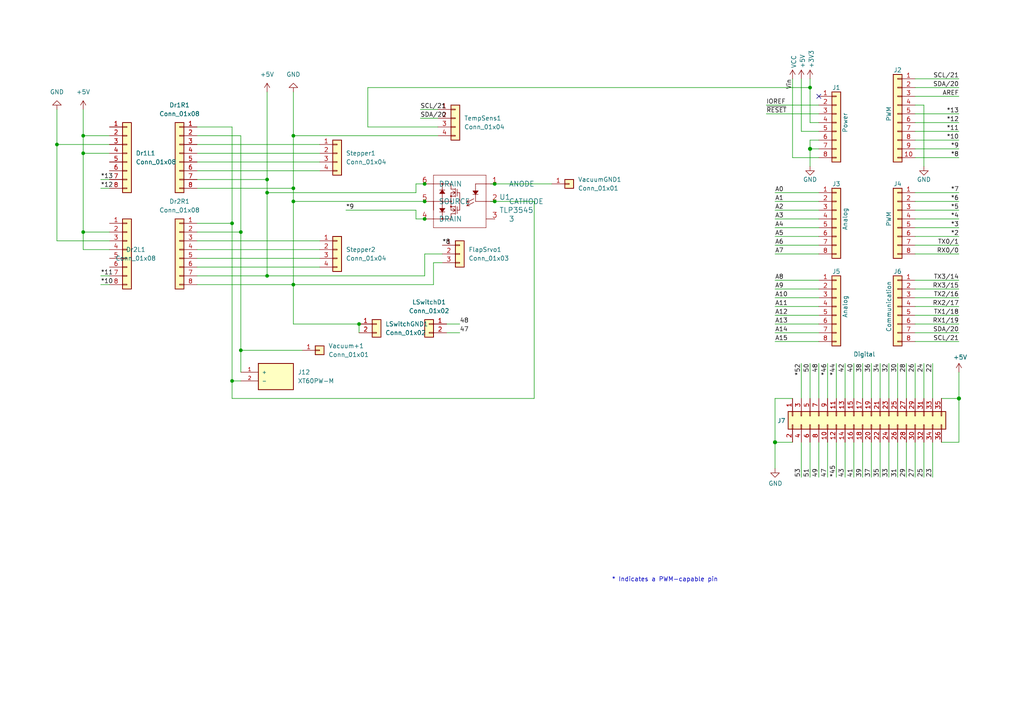
<source format=kicad_sch>
(kicad_sch (version 20211123) (generator eeschema)
  (paper "A4")
  (title_block (title "Life Detection Shield Mk.1") (date "mar. 31 mars 2015") (company "Designed by: Maxime Couture & Yadah Ngolo"))
  (lib_symbols
    (symbol "2023-02-05_19-50-21:TLP3545" (pin_names (offset 4.064))
      (property "Reference" "U" (at 0 0 0))
      (property "Value" "TLP3545" (at 0 0 0))
      (symbol "TLP3545_1_1"
        (polyline (pts (xy -2.54 -12.7) (xy 0 -12.7)))
        (polyline (pts (xy -2.54 -7.62) (xy 0 -7.62)))
        (polyline (pts (xy -2.54 -2.54) (xy 0 -2.54)))
        (polyline (pts (xy 0 -15.24) (xy 0 0)) (stroke (width 0.127)))
        (polyline (pts (xy 0 0) (xy 15.24 0)) (stroke (width 0.127)))
        (polyline (pts (xy 2.286 -5.588) (xy 3.81 -5.588)))
        (polyline (pts (xy 3.048 -7.62) (xy 0 -7.62)))
        (polyline (pts (xy 3.048 -5.588) (xy 3.048 -7.62)))
        (polyline (pts (xy 3.048 -4.572) (xy 3.048 -2.54)))
        (polyline (pts (xy 3.048 -2.54) (xy 0 -2.54)))
        (polyline (pts (xy 3.556 -7.874) (xy 5.588 -8.89)))
        (polyline (pts (xy 3.556 -6.858) (xy 5.588 -7.874)))
        (polyline (pts (xy 5.588 -8.89) (xy 4.826 -8.89)))
        (polyline (pts (xy 5.588 -8.89) (xy 5.08 -8.128)))
        (polyline (pts (xy 5.588 -7.874) (xy 4.826 -7.874)))
        (polyline (pts (xy 5.588 -7.874) (xy 5.08 -7.112)))
        (polyline (pts (xy 7.62 -10.16) (xy 8.382 -10.16)))
        (polyline (pts (xy 7.62 -5.08) (xy 7.62 -10.16)))
        (polyline (pts (xy 7.62 -5.08) (xy 8.382 -5.08)))
        (polyline (pts (xy 8.382 -9.144) (xy 8.382 -11.176)))
        (polyline (pts (xy 8.382 -4.064) (xy 8.382 -6.096)))
        (polyline (pts (xy 8.89 -11.176) (xy 10.16 -11.176)))
        (polyline (pts (xy 8.89 -10.16) (xy 9.652 -10.668)))
        (polyline (pts (xy 8.89 -10.16) (xy 9.652 -9.652)))
        (polyline (pts (xy 8.89 -10.16) (xy 10.16 -10.16)))
        (polyline (pts (xy 8.89 -9.144) (xy 10.16 -9.144)))
        (polyline (pts (xy 8.89 -8.89) (xy 8.89 -11.43)))
        (polyline (pts (xy 8.89 -6.096) (xy 10.16 -6.096)))
        (polyline (pts (xy 8.89 -5.08) (xy 9.652 -5.588)))
        (polyline (pts (xy 8.89 -5.08) (xy 9.652 -4.572)))
        (polyline (pts (xy 8.89 -5.08) (xy 10.16 -5.08)))
        (polyline (pts (xy 8.89 -4.064) (xy 10.16 -4.064)))
        (polyline (pts (xy 8.89 -3.81) (xy 8.89 -6.35)))
        (polyline (pts (xy 10.16 -12.7) (xy 12.446 -12.7)))
        (polyline (pts (xy 10.16 -11.176) (xy 10.16 -12.7)))
        (polyline (pts (xy 10.16 -7.62) (xy 15.24 -7.62)))
        (polyline (pts (xy 10.16 -5.08) (xy 10.16 -10.16)))
        (polyline (pts (xy 10.16 -4.064) (xy 10.16 -2.54)))
        (polyline (pts (xy 10.16 -2.54) (xy 12.7 -2.54)))
        (polyline (pts (xy 11.938 -10.668) (xy 13.462 -10.668)))
        (polyline (pts (xy 11.938 -4.318) (xy 13.462 -4.318)))
        (polyline (pts (xy 12.7 -12.7) (xy 15.24 -12.7)))
        (polyline (pts (xy 12.7 -10.668) (xy 12.7 -12.7)))
        (polyline (pts (xy 12.7 -7.62) (xy 12.7 -9.652)))
        (polyline (pts (xy 12.7 -5.334) (xy 12.7 -7.62)))
        (polyline (pts (xy 12.7 -2.54) (xy 12.7 -4.318)))
        (polyline (pts (xy 12.7 -2.54) (xy 15.24 -2.54)))
        (polyline (pts (xy 15.24 -15.24) (xy 0 -15.24)) (stroke (width 0.127)))
        (polyline (pts (xy 15.24 -10.16) (xy 15.24 -7.62)))
        (polyline (pts (xy 15.24 0) (xy 15.24 -15.24)) (stroke (width 0.127)))
        (polyline (pts (xy 17.78 -12.7) (xy 15.24 -12.7)))
        (polyline (pts (xy 17.78 -7.62) (xy 15.24 -7.62)))
        (polyline (pts (xy 17.78 -2.54) (xy 15.24 -2.54)))
        (polyline (pts (xy 2.286 -4.572) (xy 2.286 -4.572) (xy 3.81 -4.572) (xy 3.048 -5.588) (xy 2.286 -4.572) (xy 2.286 -4.572)) (fill (type outline)))
        (polyline (pts (xy 11.938 -9.652) (xy 11.938 -9.652) (xy 13.462 -9.652) (xy 12.7 -10.668) (xy 11.938 -9.652) (xy 11.938 -9.652)) (fill (type outline)))
        (polyline (pts (xy 13.462 -5.334) (xy 13.462 -5.334) (xy 11.938 -5.334) (xy 12.7 -4.318) (xy 13.462 -5.334) (xy 13.462 -5.334)) (fill (type outline)))
        (circle (center 10.16 -9.144) (radius 0.127) (stroke (width 0.254)))
        (circle (center 10.16 -7.62) (radius 0.127) (stroke (width 0.254)))
        (circle (center 10.16 -6.096) (radius 0.127) (stroke (width 0.254)))
        (circle (center 12.7 -12.7) (radius 0.127) (stroke (width 0.254)))
        (circle (center 12.7 -7.62) (radius 0.127) (stroke (width 0.254)))
        (circle (center 12.7 -2.54) (radius 0.127) (stroke (width 0.254)))
        (pin unspecified line (at -2.5146 -2.54 180) (length 0.0254) (name "ANODE") (number "1"))
        (pin unspecified line (at -2.5146 -7.62 180) (length 0.0254) (name "CATHODE") (number "2"))
        (pin unspecified line (at -2.5146 -12.7 180) (length 0.0254) (name "3") (number "3"))
        (pin unspecified line (at 17.8054 -12.7 180) (length 0.0254) (name "DRAIN") (number "4"))
        (pin unspecified line (at 17.8054 -7.62 180) (length 0.0254) (name "SOURCE") (number "5"))
        (pin unspecified line (at 17.8054 -2.54 180) (length 0.0254) (name "DRAIN") (number "6"))
      )
    )
    (symbol "Connector_Generic:Conn_01x01" (pin_names (offset 1.016) hide)
      (property "Reference" "J" (at 0 2.54 0))
      (property "Value" "Conn_01x01" (at 0 -2.54 0))
      (symbol "Conn_01x01_1_1"
        (rectangle (start -1.27 0.127) (end 0 -0.127) (stroke (width 0.1524)))
        (rectangle (start -1.27 1.27) (end 1.27 -1.27) (stroke (width 0.254)) (fill (type background)))
        (pin passive line (at -5.08 0 0) (length 3.81) (name "Pin_1") (number "1"))
      )
    )
    (symbol "Connector_Generic:Conn_01x02" (pin_names (offset 1.016) hide)
      (property "Reference" "J" (at 0 2.54 0))
      (property "Value" "Conn_01x02" (at 0 -5.08 0))
      (symbol "Conn_01x02_1_1"
        (rectangle (start -1.27 -2.413) (end 0 -2.667) (stroke (width 0.1524)))
        (rectangle (start -1.27 0.127) (end 0 -0.127) (stroke (width 0.1524)))
        (rectangle (start -1.27 1.27) (end 1.27 -3.81) (stroke (width 0.254)) (fill (type background)))
        (pin passive line (at -5.08 0 0) (length 3.81) (name "Pin_1") (number "1"))
        (pin passive line (at -5.08 -2.54 0) (length 3.81) (name "Pin_2") (number "2"))
      )
    )
    (symbol "Connector_Generic:Conn_01x03" (pin_names (offset 1.016) hide)
      (property "Reference" "J" (at 0 5.08 0))
      (property "Value" "Conn_01x03" (at 0 -5.08 0))
      (symbol "Conn_01x03_1_1"
        (rectangle (start -1.27 -2.413) (end 0 -2.667) (stroke (width 0.1524)))
        (rectangle (start -1.27 0.127) (end 0 -0.127) (stroke (width 0.1524)))
        (rectangle (start -1.27 2.667) (end 0 2.413) (stroke (width 0.1524)))
        (rectangle (start -1.27 3.81) (end 1.27 -3.81) (stroke (width 0.254)) (fill (type background)))
        (pin passive line (at -5.08 2.54 0) (length 3.81) (name "Pin_1") (number "1"))
        (pin passive line (at -5.08 0 0) (length 3.81) (name "Pin_2") (number "2"))
        (pin passive line (at -5.08 -2.54 0) (length 3.81) (name "Pin_3") (number "3"))
      )
    )
    (symbol "Connector_Generic:Conn_01x04" (pin_names (offset 1.016) hide)
      (property "Reference" "J" (at 0 5.08 0))
      (property "Value" "Conn_01x04" (at 0 -7.62 0))
      (symbol "Conn_01x04_1_1"
        (rectangle (start -1.27 -4.953) (end 0 -5.207) (stroke (width 0.1524)))
        (rectangle (start -1.27 -2.413) (end 0 -2.667) (stroke (width 0.1524)))
        (rectangle (start -1.27 0.127) (end 0 -0.127) (stroke (width 0.1524)))
        (rectangle (start -1.27 2.667) (end 0 2.413) (stroke (width 0.1524)))
        (rectangle (start -1.27 3.81) (end 1.27 -6.35) (stroke (width 0.254)) (fill (type background)))
        (pin passive line (at -5.08 2.54 0) (length 3.81) (name "Pin_1") (number "1"))
        (pin passive line (at -5.08 0 0) (length 3.81) (name "Pin_2") (number "2"))
        (pin passive line (at -5.08 -2.54 0) (length 3.81) (name "Pin_3") (number "3"))
        (pin passive line (at -5.08 -5.08 0) (length 3.81) (name "Pin_4") (number "4"))
      )
    )
    (symbol "Connector_Generic:Conn_01x08" (pin_names (offset 1.016) hide)
      (property "Reference" "J" (at 0 10.16 0))
      (property "Value" "Conn_01x08" (at 0 -12.7 0))
      (symbol "Conn_01x08_1_1"
        (rectangle (start -1.27 -10.033) (end 0 -10.287) (stroke (width 0.1524)))
        (rectangle (start -1.27 -7.493) (end 0 -7.747) (stroke (width 0.1524)))
        (rectangle (start -1.27 -4.953) (end 0 -5.207) (stroke (width 0.1524)))
        (rectangle (start -1.27 -2.413) (end 0 -2.667) (stroke (width 0.1524)))
        (rectangle (start -1.27 0.127) (end 0 -0.127) (stroke (width 0.1524)))
        (rectangle (start -1.27 2.667) (end 0 2.413) (stroke (width 0.1524)))
        (rectangle (start -1.27 5.207) (end 0 4.953) (stroke (width 0.1524)))
        (rectangle (start -1.27 7.747) (end 0 7.493) (stroke (width 0.1524)))
        (rectangle (start -1.27 8.89) (end 1.27 -11.43) (stroke (width 0.254)) (fill (type background)))
        (pin passive line (at -5.08 7.62 0) (length 3.81) (name "Pin_1") (number "1"))
        (pin passive line (at -5.08 5.08 0) (length 3.81) (name "Pin_2") (number "2"))
        (pin passive line (at -5.08 2.54 0) (length 3.81) (name "Pin_3") (number "3"))
        (pin passive line (at -5.08 0 0) (length 3.81) (name "Pin_4") (number "4"))
        (pin passive line (at -5.08 -2.54 0) (length 3.81) (name "Pin_5") (number "5"))
        (pin passive line (at -5.08 -5.08 0) (length 3.81) (name "Pin_6") (number "6"))
        (pin passive line (at -5.08 -7.62 0) (length 3.81) (name "Pin_7") (number "7"))
        (pin passive line (at -5.08 -10.16 0) (length 3.81) (name "Pin_8") (number "8"))
      )
    )
    (symbol "Connector_Generic:Conn_01x10" (pin_names (offset 1.016) hide)
      (property "Reference" "J" (at 0 12.7 0))
      (property "Value" "Conn_01x10" (at 0 -15.24 0))
      (symbol "Conn_01x10_1_1"
        (rectangle (start -1.27 -12.573) (end 0 -12.827) (stroke (width 0.1524)))
        (rectangle (start -1.27 -10.033) (end 0 -10.287) (stroke (width 0.1524)))
        (rectangle (start -1.27 -7.493) (end 0 -7.747) (stroke (width 0.1524)))
        (rectangle (start -1.27 -4.953) (end 0 -5.207) (stroke (width 0.1524)))
        (rectangle (start -1.27 -2.413) (end 0 -2.667) (stroke (width 0.1524)))
        (rectangle (start -1.27 0.127) (end 0 -0.127) (stroke (width 0.1524)))
        (rectangle (start -1.27 2.667) (end 0 2.413) (stroke (width 0.1524)))
        (rectangle (start -1.27 5.207) (end 0 4.953) (stroke (width 0.1524)))
        (rectangle (start -1.27 7.747) (end 0 7.493) (stroke (width 0.1524)))
        (rectangle (start -1.27 10.287) (end 0 10.033) (stroke (width 0.1524)))
        (rectangle (start -1.27 11.43) (end 1.27 -13.97) (stroke (width 0.254)) (fill (type background)))
        (pin passive line (at -5.08 10.16 0) (length 3.81) (name "Pin_1") (number "1"))
        (pin passive line (at -5.08 -12.7 0) (length 3.81) (name "Pin_10") (number "10"))
        (pin passive line (at -5.08 7.62 0) (length 3.81) (name "Pin_2") (number "2"))
        (pin passive line (at -5.08 5.08 0) (length 3.81) (name "Pin_3") (number "3"))
        (pin passive line (at -5.08 2.54 0) (length 3.81) (name "Pin_4") (number "4"))
        (pin passive line (at -5.08 0 0) (length 3.81) (name "Pin_5") (number "5"))
        (pin passive line (at -5.08 -2.54 0) (length 3.81) (name "Pin_6") (number "6"))
        (pin passive line (at -5.08 -5.08 0) (length 3.81) (name "Pin_7") (number "7"))
        (pin passive line (at -5.08 -7.62 0) (length 3.81) (name "Pin_8") (number "8"))
        (pin passive line (at -5.08 -10.16 0) (length 3.81) (name "Pin_9") (number "9"))
      )
    )
    (symbol "Connector_Generic:Conn_02x18_Odd_Even" (pin_names (offset 1.016) hide)
      (property "Reference" "J" (at 1.27 22.86 0))
      (property "Value" "Conn_02x18_Odd_Even" (at 1.27 -25.4 0))
      (symbol "Conn_02x18_Odd_Even_1_1"
        (rectangle (start -1.27 -22.733) (end 0 -22.987) (stroke (width 0.1524)))
        (rectangle (start -1.27 -20.193) (end 0 -20.447) (stroke (width 0.1524)))
        (rectangle (start -1.27 -17.653) (end 0 -17.907) (stroke (width 0.1524)))
        (rectangle (start -1.27 -15.113) (end 0 -15.367) (stroke (width 0.1524)))
        (rectangle (start -1.27 -12.573) (end 0 -12.827) (stroke (width 0.1524)))
        (rectangle (start -1.27 -10.033) (end 0 -10.287) (stroke (width 0.1524)))
        (rectangle (start -1.27 -7.493) (end 0 -7.747) (stroke (width 0.1524)))
        (rectangle (start -1.27 -4.953) (end 0 -5.207) (stroke (width 0.1524)))
        (rectangle (start -1.27 -2.413) (end 0 -2.667) (stroke (width 0.1524)))
        (rectangle (start -1.27 0.127) (end 0 -0.127) (stroke (width 0.1524)))
        (rectangle (start -1.27 2.667) (end 0 2.413) (stroke (width 0.1524)))
        (rectangle (start -1.27 5.207) (end 0 4.953) (stroke (width 0.1524)))
        (rectangle (start -1.27 7.747) (end 0 7.493) (stroke (width 0.1524)))
        (rectangle (start -1.27 10.287) (end 0 10.033) (stroke (width 0.1524)))
        (rectangle (start -1.27 12.827) (end 0 12.573) (stroke (width 0.1524)))
        (rectangle (start -1.27 15.367) (end 0 15.113) (stroke (width 0.1524)))
        (rectangle (start -1.27 17.907) (end 0 17.653) (stroke (width 0.1524)))
        (rectangle (start -1.27 20.447) (end 0 20.193) (stroke (width 0.1524)))
        (rectangle (start -1.27 21.59) (end 3.81 -24.13) (stroke (width 0.254)) (fill (type background)))
        (rectangle (start 3.81 -22.733) (end 2.54 -22.987) (stroke (width 0.1524)))
        (rectangle (start 3.81 -20.193) (end 2.54 -20.447) (stroke (width 0.1524)))
        (rectangle (start 3.81 -17.653) (end 2.54 -17.907) (stroke (width 0.1524)))
        (rectangle (start 3.81 -15.113) (end 2.54 -15.367) (stroke (width 0.1524)))
        (rectangle (start 3.81 -12.573) (end 2.54 -12.827) (stroke (width 0.1524)))
        (rectangle (start 3.81 -10.033) (end 2.54 -10.287) (stroke (width 0.1524)))
        (rectangle (start 3.81 -7.493) (end 2.54 -7.747) (stroke (width 0.1524)))
        (rectangle (start 3.81 -4.953) (end 2.54 -5.207) (stroke (width 0.1524)))
        (rectangle (start 3.81 -2.413) (end 2.54 -2.667) (stroke (width 0.1524)))
        (rectangle (start 3.81 0.127) (end 2.54 -0.127) (stroke (width 0.1524)))
        (rectangle (start 3.81 2.667) (end 2.54 2.413) (stroke (width 0.1524)))
        (rectangle (start 3.81 5.207) (end 2.54 4.953) (stroke (width 0.1524)))
        (rectangle (start 3.81 7.747) (end 2.54 7.493) (stroke (width 0.1524)))
        (rectangle (start 3.81 10.287) (end 2.54 10.033) (stroke (width 0.1524)))
        (rectangle (start 3.81 12.827) (end 2.54 12.573) (stroke (width 0.1524)))
        (rectangle (start 3.81 15.367) (end 2.54 15.113) (stroke (width 0.1524)))
        (rectangle (start 3.81 17.907) (end 2.54 17.653) (stroke (width 0.1524)))
        (rectangle (start 3.81 20.447) (end 2.54 20.193) (stroke (width 0.1524)))
        (pin passive line (at -5.08 20.32 0) (length 3.81) (name "Pin_1") (number "1"))
        (pin passive line (at 7.62 10.16 180) (length 3.81) (name "Pin_10") (number "10"))
        (pin passive line (at -5.08 7.62 0) (length 3.81) (name "Pin_11") (number "11"))
        (pin passive line (at 7.62 7.62 180) (length 3.81) (name "Pin_12") (number "12"))
        (pin passive line (at -5.08 5.08 0) (length 3.81) (name "Pin_13") (number "13"))
        (pin passive line (at 7.62 5.08 180) (length 3.81) (name "Pin_14") (number "14"))
        (pin passive line (at -5.08 2.54 0) (length 3.81) (name "Pin_15") (number "15"))
        (pin passive line (at 7.62 2.54 180) (length 3.81) (name "Pin_16") (number "16"))
        (pin passive line (at -5.08 0 0) (length 3.81) (name "Pin_17") (number "17"))
        (pin passive line (at 7.62 0 180) (length 3.81) (name "Pin_18") (number "18"))
        (pin passive line (at -5.08 -2.54 0) (length 3.81) (name "Pin_19") (number "19"))
        (pin passive line (at 7.62 20.32 180) (length 3.81) (name "Pin_2") (number "2"))
        (pin passive line (at 7.62 -2.54 180) (length 3.81) (name "Pin_20") (number "20"))
        (pin passive line (at -5.08 -5.08 0) (length 3.81) (name "Pin_21") (number "21"))
        (pin passive line (at 7.62 -5.08 180) (length 3.81) (name "Pin_22") (number "22"))
        (pin passive line (at -5.08 -7.62 0) (length 3.81) (name "Pin_23") (number "23"))
        (pin passive line (at 7.62 -7.62 180) (length 3.81) (name "Pin_24") (number "24"))
        (pin passive line (at -5.08 -10.16 0) (length 3.81) (name "Pin_25") (number "25"))
        (pin passive line (at 7.62 -10.16 180) (length 3.81) (name "Pin_26") (number "26"))
        (pin passive line (at -5.08 -12.7 0) (length 3.81) (name "Pin_27") (number "27"))
        (pin passive line (at 7.62 -12.7 180) (length 3.81) (name "Pin_28") (number "28"))
        (pin passive line (at -5.08 -15.24 0) (length 3.81) (name "Pin_29") (number "29"))
        (pin passive line (at -5.08 17.78 0) (length 3.81) (name "Pin_3") (number "3"))
        (pin passive line (at 7.62 -15.24 180) (length 3.81) (name "Pin_30") (number "30"))
        (pin passive line (at -5.08 -17.78 0) (length 3.81) (name "Pin_31") (number "31"))
        (pin passive line (at 7.62 -17.78 180) (length 3.81) (name "Pin_32") (number "32"))
        (pin passive line (at -5.08 -20.32 0) (length 3.81) (name "Pin_33") (number "33"))
        (pin passive line (at 7.62 -20.32 180) (length 3.81) (name "Pin_34") (number "34"))
        (pin passive line (at -5.08 -22.86 0) (length 3.81) (name "Pin_35") (number "35"))
        (pin passive line (at 7.62 -22.86 180) (length 3.81) (name "Pin_36") (number "36"))
        (pin passive line (at 7.62 17.78 180) (length 3.81) (name "Pin_4") (number "4"))
        (pin passive line (at -5.08 15.24 0) (length 3.81) (name "Pin_5") (number "5"))
        (pin passive line (at 7.62 15.24 180) (length 3.81) (name "Pin_6") (number "6"))
        (pin passive line (at -5.08 12.7 0) (length 3.81) (name "Pin_7") (number "7"))
        (pin passive line (at 7.62 12.7 180) (length 3.81) (name "Pin_8") (number "8"))
        (pin passive line (at -5.08 10.16 0) (length 3.81) (name "Pin_9") (number "9"))
      )
    )
    (symbol "XT60PW-M:XT60PW-M" (pin_names (offset 1.016))
      (property "Reference" "J" (at -5.08 5.7234 0))
      (property "Value" "XT60PW-M" (at -5.08 -5.0923 0))
      (symbol "XT60PW-M_0_0"
        (rectangle (start -5.08 -2.54) (end 5.08 5.08) (stroke (width 0.254)) (fill (type background)))
        (pin passive line (at -10.16 2.54 0) (length 5.08) (name "+") (number "1"))
        (pin passive line (at -10.16 0 0) (length 5.08) (name "-") (number "2"))
      )
    )
    (symbol "power:+3V3" (power) (pin_names (offset 0))
      (property "Value" "+3V3" (at 0 3.556 0))
      (symbol "+3V3_0_1"
        (polyline (pts (xy -0.762 1.27) (xy 0 2.54)))
        (polyline (pts (xy 0 0) (xy 0 2.54)))
        (polyline (pts (xy 0 2.54) (xy 0.762 1.27)))
      )
      (symbol "+3V3_1_1"
        (pin power_in line (at 0 0 90) (length 0) hide (name "+3V3") (number "1"))
      )
    )
    (symbol "power:+5V" (power) (pin_names (offset 0))
      (property "Value" "+5V" (at 0 3.556 0))
      (symbol "+5V_0_1"
        (polyline (pts (xy -0.762 1.27) (xy 0 2.54)))
        (polyline (pts (xy 0 0) (xy 0 2.54)))
        (polyline (pts (xy 0 2.54) (xy 0.762 1.27)))
      )
      (symbol "+5V_1_1"
        (pin power_in line (at 0 0 90) (length 0) hide (name "+5V") (number "1"))
      )
    )
    (symbol "power:GND" (power) (pin_names (offset 0))
      (property "Value" "GND" (at 0 -3.81 0))
      (symbol "GND_0_1"
        (polyline (pts (xy 0 0) (xy 0 -1.27) (xy 1.27 -1.27) (xy 0 -2.54) (xy -1.27 -1.27) (xy 0 -1.27)))
      )
      (symbol "GND_1_1"
        (pin power_in line (at 0 0 270) (length 0) hide (name "GND") (number "1"))
      )
    )
    (symbol "power:VCC" (power) (pin_names (offset 0))
      (property "Value" "VCC" (at 0 3.81 0))
      (symbol "VCC_0_1"
        (polyline (pts (xy -0.762 1.27) (xy 0 2.54)))
        (polyline (pts (xy 0 0) (xy 0 2.54)))
        (polyline (pts (xy 0 2.54) (xy 0.762 1.27)))
      )
      (symbol "VCC_1_1"
        (pin power_in line (at 0 0 90) (length 0) hide (name "VCC") (number "1"))
      )
    )
  )
  (junction (at 143.4846 58.42))
  (junction (at 85.09 82.55))
  (junction (at 123.1646 63.5))
  (junction (at 224.79 128.27) (diameter 1.016))
  (junction (at 24.13 44.45))
  (junction (at 77.47 52.07))
  (junction (at 24.13 39.37))
  (junction (at 234.95 43.18) (diameter 1.016))
  (junction (at 104.14 93.98))
  (junction (at 67.31 110.49))
  (junction (at 123.1646 58.42))
  (junction (at 69.85 67.31))
  (junction (at 85.09 54.61))
  (junction (at 143.4846 53.34))
  (junction (at 85.09 39.37))
  (junction (at 85.09 58.42))
  (junction (at 77.47 55.88))
  (junction (at 67.31 64.77))
  (junction (at 234.95 25.4))
  (junction (at 123.1646 53.34))
  (junction (at 77.47 80.01))
  (junction (at 16.51 41.91))
  (junction (at 24.13 67.31))
  (junction (at 69.85 101.6))
  (junction (at 278.13 115.57) (diameter 1.016))
  (no_connect (at 237.49 27.94))
  (wire (pts (xy 57.15 46.99) (xy 92.71 46.99)))
  (wire (pts (xy 265.43 73.66) (xy 278.13 73.66)))
  (wire (pts (xy 77.47 55.88) (xy 77.47 80.01)))
  (wire (pts (xy 123.1646 63.5) (xy 120.65 63.5)))
  (wire (pts (xy 77.47 80.01) (xy 123.19 80.01)))
  (wire (pts (xy 224.79 73.66) (xy 237.49 73.66)))
  (wire (pts (xy 265.43 40.64) (xy 278.13 40.64)))
  (wire (pts (xy 247.65 105.41) (xy 247.65 115.57)))
  (wire (pts (xy 31.75 44.45) (xy 24.13 44.45)))
  (wire (pts (xy 120.65 53.34) (xy 120.65 55.88)))
  (wire (pts (xy 265.43 22.86) (xy 278.13 22.86)))
  (wire (pts (xy 250.19 105.41) (xy 250.19 115.57)))
  (wire (pts (xy 278.13 115.57) (xy 278.13 128.27)))
  (wire (pts (xy 229.87 115.57) (xy 224.79 115.57)))
  (wire (pts (xy 265.43 86.36) (xy 278.13 86.36)))
  (wire (pts (xy 234.95 40.64) (xy 234.95 43.18)))
  (wire (pts (xy 16.51 31.75) (xy 16.51 41.91)))
  (wire (pts (xy 57.15 49.53) (xy 92.71 49.53)))
  (wire (pts (xy 24.13 67.31) (xy 24.13 44.45)))
  (wire (pts (xy 252.73 128.27) (xy 252.73 138.43)))
  (wire (pts (xy 224.79 68.58) (xy 237.49 68.58)))
  (wire (pts (xy 257.81 105.41) (xy 257.81 115.57)))
  (wire (pts (xy 234.95 105.41) (xy 234.95 115.57)))
  (wire (pts (xy 270.51 105.41) (xy 270.51 115.57)))
  (wire (pts (xy 123.1646 53.34) (xy 120.65 53.34)))
  (wire (pts (xy 69.85 67.31) (xy 69.85 39.37)))
  (wire (pts (xy 143.4846 53.34) (xy 160.02 53.34)))
  (wire (pts (xy 57.15 44.45) (xy 92.71 44.45)))
  (wire (pts (xy 100.33 60.96) (xy 120.65 60.96)))
  (wire (pts (xy 143.4846 58.42) (xy 154.94 58.42)))
  (wire (pts (xy 234.95 43.18) (xy 234.95 48.26)))
  (wire (pts (xy 57.15 72.39) (xy 92.71 72.39)))
  (wire (pts (xy 265.43 128.27) (xy 265.43 138.43)))
  (wire (pts (xy 234.95 35.56) (xy 237.49 35.56)))
  (wire (pts (xy 245.11 105.41) (xy 245.11 115.57)))
  (wire (pts (xy 16.51 41.91) (xy 16.51 69.85)))
  (wire (pts (xy 232.41 38.1) (xy 237.49 38.1)))
  (wire (pts (xy 255.27 128.27) (xy 255.27 138.43)))
  (wire (pts (xy 129.54 93.98) (xy 133.35 93.98)))
  (wire (pts (xy 232.41 22.86) (xy 232.41 38.1)))
  (wire (pts (xy 224.79 99.06) (xy 237.49 99.06)))
  (wire (pts (xy 240.03 128.27) (xy 240.03 138.43)))
  (wire (pts (xy 262.89 128.27) (xy 262.89 138.43)))
  (wire (pts (xy 67.31 115.57) (xy 67.31 110.49)))
  (wire (pts (xy 106.68 25.4) (xy 234.95 25.4)))
  (wire (pts (xy 265.43 33.02) (xy 278.13 33.02)))
  (wire (pts (xy 234.95 22.86) (xy 234.95 25.4)))
  (wire (pts (xy 265.43 55.88) (xy 278.13 55.88)))
  (wire (pts (xy 237.49 55.88) (xy 224.79 55.88)))
  (wire (pts (xy 121.92 34.29) (xy 127 34.29)))
  (wire (pts (xy 265.43 35.56) (xy 278.13 35.56)))
  (wire (pts (xy 237.49 96.52) (xy 224.79 96.52)))
  (wire (pts (xy 265.43 58.42) (xy 278.13 58.42)))
  (wire (pts (xy 29.21 80.01) (xy 31.75 80.01)))
  (wire (pts (xy 77.47 52.07) (xy 77.47 55.88)))
  (wire (pts (xy 69.85 101.6) (xy 87.63 101.6)))
  (wire (pts (xy 265.43 93.98) (xy 278.13 93.98)))
  (wire (pts (xy 31.75 72.39) (xy 24.13 72.39)))
  (wire (pts (xy 67.31 64.77) (xy 67.31 36.83)))
  (wire (pts (xy 57.15 52.07) (xy 77.47 52.07)))
  (wire (pts (xy 255.27 105.41) (xy 255.27 115.57)))
  (wire (pts (xy 224.79 115.57) (xy 224.79 128.27)))
  (wire (pts (xy 142.24 53.34) (xy 143.4846 53.34)))
  (wire (pts (xy 24.13 39.37) (xy 31.75 39.37)))
  (wire (pts (xy 240.03 105.41) (xy 240.03 115.57)))
  (wire (pts (xy 229.87 128.27) (xy 224.79 128.27)))
  (wire (pts (xy 85.09 54.61) (xy 85.09 58.42)))
  (wire (pts (xy 123.19 73.66) (xy 128.27 73.66)))
  (wire (pts (xy 265.43 43.18) (xy 278.13 43.18)))
  (wire (pts (xy 262.89 105.41) (xy 262.89 115.57)))
  (wire (pts (xy 260.35 105.41) (xy 260.35 115.57)))
  (wire (pts (xy 242.57 128.27) (xy 242.57 138.43)))
  (wire (pts (xy 260.35 128.27) (xy 260.35 138.43)))
  (wire (pts (xy 237.49 128.27) (xy 237.49 138.43)))
  (wire (pts (xy 267.97 105.41) (xy 267.97 115.57)))
  (wire (pts (xy 85.09 58.42) (xy 85.09 82.55)))
  (wire (pts (xy 265.43 63.5) (xy 278.13 63.5)))
  (wire (pts (xy 247.65 128.27) (xy 247.65 138.43)))
  (wire (pts (xy 242.57 105.41) (xy 242.57 115.57)))
  (wire (pts (xy 222.25 30.48) (xy 237.49 30.48)))
  (wire (pts (xy 57.15 69.85) (xy 92.71 69.85)))
  (wire (pts (xy 69.85 101.6) (xy 69.85 67.31)))
  (wire (pts (xy 16.51 69.85) (xy 31.75 69.85)))
  (wire (pts (xy 57.15 77.47) (xy 92.71 77.47)))
  (wire (pts (xy 265.43 83.82) (xy 278.13 83.82)))
  (wire (pts (xy 278.13 107.95) (xy 278.13 115.57)))
  (wire (pts (xy 69.85 39.37) (xy 57.15 39.37)))
  (wire (pts (xy 24.13 31.75) (xy 24.13 39.37)))
  (wire (pts (xy 267.97 30.48) (xy 267.97 48.26)))
  (wire (pts (xy 57.15 74.93) (xy 92.71 74.93)))
  (wire (pts (xy 265.43 99.06) (xy 278.13 99.06)))
  (wire (pts (xy 120.65 63.5) (xy 120.65 60.96)))
  (wire (pts (xy 265.43 27.94) (xy 278.13 27.94)))
  (wire (pts (xy 273.05 115.57) (xy 278.13 115.57)))
  (wire (pts (xy 265.43 91.44) (xy 278.13 91.44)))
  (wire (pts (xy 224.79 88.9) (xy 237.49 88.9)))
  (wire (pts (xy 24.13 72.39) (xy 24.13 67.31)))
  (wire (pts (xy 85.09 93.98) (xy 85.09 82.55)))
  (wire (pts (xy 234.95 25.4) (xy 234.95 35.56)))
  (wire (pts (xy 106.68 36.83) (xy 127 36.83)))
  (wire (pts (xy 237.49 60.96) (xy 224.79 60.96)))
  (wire (pts (xy 222.25 33.02) (xy 237.49 33.02)))
  (wire (pts (xy 265.43 81.28) (xy 278.13 81.28)))
  (wire (pts (xy 237.49 43.18) (xy 234.95 43.18)))
  (wire (pts (xy 85.09 26.67) (xy 85.09 39.37)))
  (wire (pts (xy 85.09 82.55) (xy 57.15 82.55)))
  (wire (pts (xy 85.09 39.37) (xy 85.09 54.61)))
  (wire (pts (xy 154.94 115.57) (xy 67.31 115.57)))
  (wire (pts (xy 29.21 52.07) (xy 31.75 52.07)))
  (wire (pts (xy 57.15 54.61) (xy 85.09 54.61)))
  (wire (pts (xy 237.49 45.72) (xy 229.87 45.72)))
  (wire (pts (xy 121.92 31.75) (xy 127 31.75)))
  (wire (pts (xy 232.41 105.41) (xy 232.41 115.57)))
  (wire (pts (xy 224.79 58.42) (xy 237.49 58.42)))
  (wire (pts (xy 77.47 26.67) (xy 77.47 52.07)))
  (wire (pts (xy 106.68 25.4) (xy 106.68 36.83)))
  (wire (pts (xy 57.15 64.77) (xy 67.31 64.77)))
  (wire (pts (xy 234.95 128.27) (xy 234.95 138.43)))
  (wire (pts (xy 85.09 58.42) (xy 123.1646 58.42)))
  (wire (pts (xy 57.15 41.91) (xy 92.71 41.91)))
  (wire (pts (xy 257.81 128.27) (xy 257.81 138.43)))
  (wire (pts (xy 123.1646 58.42) (xy 123.19 58.42)))
  (wire (pts (xy 237.49 86.36) (xy 224.79 86.36)))
  (wire (pts (xy 69.85 107.95) (xy 69.85 101.6)))
  (wire (pts (xy 69.85 110.49) (xy 67.31 110.49)))
  (wire (pts (xy 232.41 128.27) (xy 232.41 138.43)))
  (wire (pts (xy 265.43 88.9) (xy 278.13 88.9)))
  (wire (pts (xy 265.43 30.48) (xy 267.97 30.48)))
  (wire (pts (xy 250.19 128.27) (xy 250.19 138.43)))
  (wire (pts (xy 123.19 53.34) (xy 123.1646 53.34)))
  (wire (pts (xy 67.31 36.83) (xy 57.15 36.83)))
  (wire (pts (xy 104.14 93.98) (xy 85.09 93.98)))
  (wire (pts (xy 237.49 40.64) (xy 234.95 40.64)))
  (wire (pts (xy 224.79 93.98) (xy 237.49 93.98)))
  (wire (pts (xy 129.54 96.52) (xy 133.35 96.52)))
  (wire (pts (xy 265.43 105.41) (xy 265.43 115.57)))
  (wire (pts (xy 265.43 38.1) (xy 278.13 38.1)))
  (wire (pts (xy 252.73 105.41) (xy 252.73 115.57)))
  (wire (pts (xy 224.79 83.82) (xy 237.49 83.82)))
  (wire (pts (xy 24.13 44.45) (xy 24.13 39.37)))
  (wire (pts (xy 123.19 80.01) (xy 123.19 73.66)))
  (wire (pts (xy 125.73 82.55) (xy 85.09 82.55)))
  (wire (pts (xy 125.73 76.2) (xy 125.73 82.55)))
  (wire (pts (xy 265.43 60.96) (xy 278.13 60.96)))
  (wire (pts (xy 128.27 76.2) (xy 125.73 76.2)))
  (wire (pts (xy 224.79 63.5) (xy 237.49 63.5)))
  (wire (pts (xy 237.49 105.41) (xy 237.49 115.57)))
  (wire (pts (xy 16.51 41.91) (xy 31.75 41.91)))
  (wire (pts (xy 29.21 82.55) (xy 31.75 82.55)))
  (wire (pts (xy 85.09 39.37) (xy 127 39.37)))
  (wire (pts (xy 265.43 96.52) (xy 278.13 96.52)))
  (wire (pts (xy 278.13 128.27) (xy 273.05 128.27)))
  (wire (pts (xy 237.49 81.28) (xy 224.79 81.28)))
  (wire (pts (xy 270.51 128.27) (xy 270.51 138.43)))
  (wire (pts (xy 104.14 93.98) (xy 104.14 96.52)))
  (wire (pts (xy 265.43 25.4) (xy 278.13 25.4)))
  (wire (pts (xy 267.97 128.27) (xy 267.97 138.43)))
  (wire (pts (xy 265.43 68.58) (xy 278.13 68.58)))
  (wire (pts (xy 77.47 55.88) (xy 120.65 55.88)))
  (wire (pts (xy 154.94 58.42) (xy 154.94 115.57)))
  (wire (pts (xy 29.21 54.61) (xy 31.75 54.61)))
  (wire (pts (xy 142.24 58.42) (xy 143.4846 58.42)))
  (wire (pts (xy 265.43 66.04) (xy 278.13 66.04)))
  (wire (pts (xy 245.11 128.27) (xy 245.11 138.43)))
  (wire (pts (xy 57.15 67.31) (xy 69.85 67.31)))
  (wire (pts (xy 67.31 110.49) (xy 67.31 64.77)))
  (wire (pts (xy 265.43 71.12) (xy 278.13 71.12)))
  (wire (pts (xy 237.49 91.44) (xy 224.79 91.44)))
  (wire (pts (xy 229.87 45.72) (xy 229.87 22.86)))
  (wire (pts (xy 224.79 128.27) (xy 224.79 135.89)))
  (wire (pts (xy 31.75 67.31) (xy 24.13 67.31)))
  (wire (pts (xy 77.47 80.01) (xy 57.15 80.01)))
  (wire (pts (xy 237.49 71.12) (xy 224.79 71.12)))
  (wire (pts (xy 237.49 66.04) (xy 224.79 66.04)))
  (wire (pts (xy 265.43 45.72) (xy 278.13 45.72)))
  (wire (pts (xy 123.19 63.5) (xy 123.1646 63.5)))
  (text "* Indicates a PWM-capable pin" (at 208.28 168.91 180) (effects (font (size 1.27 1.27)) (justify right bottom)))
  (label "A10" (at 224.79 86.36 0))
  (label "RX0{slash}0" (at 278.13 73.66 180))
  (label "A15" (at 224.79 99.06 0))
  (label "SCL{slash}21" (at 121.92 31.75 0))
  (label "A2" (at 224.79 60.96 0))
  (label "RX2{slash}17" (at 278.13 88.9 180))
  (label "*4" (at 278.13 63.5 180))
  (label "SDA{slash}20" (at 278.13 96.52 180))
  (label "26" (at 265.43 105.41 270))
  (label "31" (at 260.35 138.43 90))
  (label "22" (at 270.51 105.41 270))
  (label "33" (at 257.81 138.43 90))
  (label "36" (at 252.73 105.41 270))
  (label "*2" (at 278.13 68.58 180))
  (label "TX1{slash}18" (at 278.13 91.44 180))
  (label "*44" (at 242.57 105.41 270))
  (label "A3" (at 224.79 63.5 0))
  (label "47" (at 133.35 96.52 0))
  (label "*13" (at 278.13 33.02 180))
  (label "*52" (at 232.41 105.41 270))
  (label "*12" (at 278.13 35.56 180))
  (label "40" (at 247.65 105.41 270))
  (label "~{RESET}" (at 222.25 33.02 0))
  (label "*13" (at 29.21 52.07 0))
  (label "35" (at 255.27 138.43 90))
  (label "*10" (at 278.13 40.64 180))
  (label "28" (at 262.89 105.41 270))
  (label "23" (at 270.51 138.43 90))
  (label "29" (at 262.89 138.43 90))
  (label "A13" (at 224.79 93.98 0))
  (label "41" (at 247.65 138.43 90))
  (label "48" (at 133.35 93.98 0))
  (label "30" (at 260.35 105.41 270))
  (label "47" (at 240.03 138.43 90))
  (label "34" (at 255.27 105.41 270))
  (label "*11" (at 29.21 80.01 0))
  (label "*45" (at 242.57 138.43 90))
  (label "38" (at 250.19 105.41 270))
  (label "51" (at 234.95 138.43 90))
  (label "*7" (at 278.13 55.88 180))
  (label "SDA{slash}20" (at 278.13 25.4 180))
  (label "*8" (at 278.13 45.72 180))
  (label "A9" (at 224.79 83.82 0))
  (label "*11" (at 278.13 38.1 180))
  (label "*3" (at 278.13 66.04 180))
  (label "A6" (at 224.79 71.12 0))
  (label "*8" (at 128.27 71.12 0))
  (label "42" (at 245.11 105.41 270))
  (label "A1" (at 224.79 58.42 0))
  (label "53" (at 232.41 138.43 90))
  (label "TX0{slash}1" (at 278.13 71.12 180))
  (label "24" (at 267.97 105.41 270))
  (label "RX1{slash}19" (at 278.13 93.98 180))
  (label "A0" (at 224.79 55.88 0))
  (label "AREF" (at 278.13 27.94 180))
  (label "A14" (at 224.79 96.52 0))
  (label "39" (at 250.19 138.43 90))
  (label "A8" (at 224.79 81.28 0))
  (label "Vin" (at 229.87 22.86 270))
  (label "27" (at 265.43 138.43 90))
  (label "37" (at 252.73 138.43 90))
  (label "25" (at 267.97 138.43 90))
  (label "*10" (at 29.21 82.55 0))
  (label "*6" (at 278.13 58.42 180))
  (label "*46" (at 240.03 105.41 270))
  (label "SCL{slash}21" (at 278.13 22.86 180))
  (label "*12" (at 29.21 54.61 0))
  (label "*9" (at 278.13 43.18 180))
  (label "50" (at 234.95 105.41 270))
  (label "TX2{slash}16" (at 278.13 86.36 180))
  (label "SDA{slash}20" (at 121.92 34.29 0))
  (label "*5" (at 278.13 60.96 180))
  (label "IOREF" (at 222.25 30.48 0))
  (label "A7" (at 224.79 73.66 0))
  (label "A11" (at 224.79 88.9 0))
  (label "A4" (at 224.79 66.04 0))
  (label "49" (at 237.49 138.43 90))
  (label "A5" (at 224.79 68.58 0))
  (label "RX3{slash}15" (at 278.13 83.82 180))
  (label "TX3{slash}14" (at 278.13 81.28 180))
  (label "*9" (at 100.33 60.96 0))
  (label "32" (at 257.81 105.41 270))
  (label "43" (at 245.11 138.43 90))
  (label "A12" (at 224.79 91.44 0))
  (label "SCL{slash}21" (at 278.13 99.06 180))
  (label "48" (at 237.49 105.41 270))
  (symbol (lib_id "Connector_Generic:Conn_01x08") (at 242.57 35.56 0) (unit 1)
    (property "Reference" "J1" (at 242.57 25.4 0))
    (property "Value" "Power" (at 245.11 35.56 90))
    (property "Footprint" "Connector_PinSocket_2.54mm:PinSocket_1x08_P2.54mm_Vertical" (effects hide))
  )
  (symbol (lib_id "power:+3V3") (at 234.95 22.86 0) (unit 1)
    (property "Reference" "#PWR03" (effects hide))
    (property "Value" "+3.3V" (at 235.331 19.812 90) (effects (justify left)))
  )
  (symbol (lib_id "power:+5V") (at 232.41 22.86 0) (unit 1)
    (property "Reference" "#PWR02" (effects hide))
    (property "Value" "+5V" (at 232.7656 19.812 90) (effects (justify left)))
  )
  (symbol (lib_id "power:GND") (at 234.95 48.26 0) (unit 1)
    (property "Reference" "#PWR04" (effects hide))
    (property "Value" "GND" (at 234.95 52.07 0))
  )
  (symbol (lib_id "Connector_Generic:Conn_01x10") (at 260.35 33.02 0) (mirror y) (unit 1)
    (property "Reference" "J2" (at 260.35 20.32 0))
    (property "Value" "PWM" (at 257.81 33.02 90))
    (property "Footprint" "Connector_PinSocket_2.54mm:PinSocket_1x10_P2.54mm_Vertical" (effects hide))
  )
  (symbol (lib_id "power:GND") (at 267.97 48.26 0) (unit 1)
    (property "Reference" "#PWR05" (effects hide))
    (property "Value" "GND" (at 267.97 52.07 0))
  )
  (symbol (lib_id "Connector_Generic:Conn_01x08") (at 242.57 63.5 0) (unit 1)
    (property "Reference" "J3" (at 242.57 53.34 0))
    (property "Value" "Analog" (at 245.11 63.5 90))
    (property "Footprint" "Connector_PinSocket_2.54mm:PinSocket_1x08_P2.54mm_Vertical" (effects hide))
  )
  (symbol (lib_id "Connector_Generic:Conn_01x08") (at 260.35 63.5 0) (mirror y) (unit 1)
    (property "Reference" "J4" (at 260.35 53.34 0))
    (property "Value" "PWM" (at 257.81 63.5 90))
    (property "Footprint" "Connector_PinSocket_2.54mm:PinSocket_1x08_P2.54mm_Vertical" (effects hide))
  )
  (symbol (lib_id "Connector_Generic:Conn_01x08") (at 242.57 88.9 0) (unit 1)
    (property "Reference" "J5" (at 242.57 78.74 0))
    (property "Value" "Analog" (at 245.11 88.9 90))
    (property "Footprint" "Connector_PinSocket_2.54mm:PinSocket_1x08_P2.54mm_Vertical" (effects hide))
  )
  (symbol (lib_id "Connector_Generic:Conn_01x08") (at 260.35 88.9 0) (mirror y) (unit 1)
    (property "Reference" "J6" (at 260.35 78.74 0))
    (property "Value" "Communication" (at 257.81 88.9 90))
    (property "Footprint" "Connector_PinSocket_2.54mm:PinSocket_1x08_P2.54mm_Vertical" (effects hide))
  )
  (symbol (lib_id "Connector_Generic:Conn_02x18_Odd_Even") (at 250.19 120.65 90) (mirror x) (unit 1)
    (property "Reference" "J7" (at 227.8379 122.0406 90) (effects (justify left)))
    (property "Value" "Digital" (at 250.698 102.743 90))
    (property "Footprint" "Connector_PinSocket_2.54mm:PinSocket_2x18_P2.54mm_Vertical" (effects hide))
  )
  (symbol (lib_id "power:GND") (at 224.79 135.89 0) (unit 1)
    (property "Reference" "#PWR07" (effects hide))
    (property "Value" "GND" (at 224.9043 140.2144 0))
  )
  (symbol (lib_id "power:+5V") (at 278.13 107.95 0) (unit 1)
    (property "Reference" "#PWR06" (effects hide))
    (property "Value" "+5V" (at 278.4983 103.6256 0))
  )
  (symbol (lib_id "Connector_Generic:Conn_01x03") (at 133.35 73.66 0) (unit 1)
    (property "Reference" "FlapSrvo1" (at 135.89 72.3899 0) (effects (justify left)))
    (property "Value" "Conn_01x03" (at 135.89 74.9299 0) (effects (justify left)))
    (property "Footprint" "Connector_PinSocket_2.54mm:PinSocket_1x03_P2.54mm_Vertical" (effects hide))
  )
  (symbol (lib_id "Connector_Generic:Conn_01x08") (at 36.83 44.45 0) (unit 1)
    (property "Reference" "Dr1L1" (at 39.37 44.4499 0) (effects (justify left)))
    (property "Value" "Conn_01x08" (at 39.37 46.9899 0) (effects (justify left)))
    (property "Footprint" "Connector_PinSocket_2.54mm:PinSocket_1x08_P2.54mm_Vertical" (effects hide))
  )
  (symbol (lib_id "Connector_Generic:Conn_01x08") (at 52.07 72.39 0) (mirror y) (unit 1)
    (property "Reference" "Dr2R1" (at 52.07 58.42 0))
    (property "Value" "Conn_01x08" (at 52.07 60.96 0))
    (property "Footprint" "Connector_PinSocket_2.54mm:PinSocket_1x08_P2.54mm_Vertical" (effects hide))
  )
  (symbol (lib_id "Connector_Generic:Conn_01x04") (at 97.79 44.45 0) (unit 1)
    (property "Reference" "Stepper1" (at 100.33 44.4499 0) (effects (justify left)))
    (property "Value" "Conn_01x04" (at 100.33 46.9899 0) (effects (justify left)))
    (property "Footprint" "Connector_PinSocket_2.54mm:PinSocket_1x04_P2.54mm_Vertical" (effects hide))
  )
  (symbol (lib_id "Connector_Generic:Conn_01x02") (at 109.22 93.98 0) (unit 1)
    (property "Reference" "LSwitchGND1" (at 111.76 93.9799 0) (effects (justify left)))
    (property "Value" "Conn_01x02" (at 111.76 96.5199 0) (effects (justify left)))
    (property "Footprint" "Connector_PinSocket_2.54mm:PinSocket_1x02_P2.54mm_Vertical" (effects hide))
  )
  (symbol (lib_id "Connector_Generic:Conn_01x01") (at 92.71 101.6 0) (unit 1)
    (property "Reference" "Vacuum+1" (at 95.25 100.3299 0) (effects (justify left)))
    (property "Value" "Conn_01x01" (at 95.25 102.8699 0) (effects (justify left)))
    (property "Footprint" "TestPoint:TestPoint_THTPad_D4.0mm_Drill2.0mm" (effects hide))
  )
  (symbol (lib_id "power:VCC") (at 229.87 22.86 0) (unit 1)
    (property "Reference" "#PWR01" (effects hide))
    (property "Value" "VCC" (at 230.251 19.812 90) (effects (justify left)))
  )
  (symbol (lib_id "Connector_Generic:Conn_01x08") (at 36.83 72.39 0) (unit 1)
    (property "Reference" "Dr2L1" (at 39.37 72.3899 0))
    (property "Value" "Conn_01x08" (at 39.37 74.9299 0))
    (property "Footprint" "Connector_PinSocket_2.54mm:PinSocket_1x08_P2.54mm_Vertical" (effects hide))
  )
  (symbol (lib_id "power:+5V") (at 24.13 31.75 0) (mirror y) (unit 1)
    (property "Reference" "#PWR0103" (effects hide))
    (property "Value" "+5V" (at 24.13 26.67 0))
  )
  (symbol (lib_id "Connector_Generic:Conn_01x02") (at 124.46 93.98 0) (mirror y) (unit 1)
    (property "Reference" "LSwitchD1" (at 124.46 87.63 0))
    (property "Value" "Conn_01x02" (at 124.46 90.17 0))
    (property "Footprint" "Connector_PinSocket_2.54mm:PinSocket_1x02_P2.54mm_Vertical" (effects hide))
  )
  (symbol (lib_id "Connector_Generic:Conn_01x04") (at 97.79 72.39 0) (unit 1)
    (property "Reference" "Stepper2" (at 100.33 72.3899 0) (effects (justify left)))
    (property "Value" "Conn_01x04" (at 100.33 74.9299 0) (effects (justify left)))
    (property "Footprint" "Connector_PinSocket_2.54mm:PinSocket_1x04_P2.54mm_Vertical" (effects hide))
  )
  (symbol (lib_id "power:+5V") (at 77.47 26.67 0) (unit 1)
    (property "Reference" "#PWR0101" (effects hide))
    (property "Value" "+5V" (at 77.47 21.59 0))
  )
  (symbol (lib_id "power:GND") (at 16.51 31.75 180) (unit 1)
    (property "Reference" "#PWR0104" (effects hide))
    (property "Value" "GND" (at 16.51 26.67 0))
  )
  (symbol (lib_id "Connector_Generic:Conn_01x04") (at 132.08 34.29 0) (unit 1)
    (property "Reference" "TempSens1" (at 134.62 34.2899 0) (effects (justify left)))
    (property "Value" "Conn_01x04" (at 134.62 36.8299 0) (effects (justify left)))
    (property "Footprint" "Connector_PinSocket_2.54mm:PinSocket_1x04_P2.54mm_Vertical" (effects hide))
  )
  (symbol (lib_id "Connector_Generic:Conn_01x08") (at 52.07 44.45 0) (mirror y) (unit 1)
    (property "Reference" "Dr1R1" (at 52.07 30.48 0))
    (property "Value" "Conn_01x08" (at 52.07 33.02 0))
    (property "Footprint" "Connector_PinSocket_2.54mm:PinSocket_1x08_P2.54mm_Vertical" (effects hide))
  )
  (symbol (lib_id "Connector_Generic:Conn_01x01") (at 165.1 53.34 0) (unit 1)
    (property "Reference" "VacuumGND1" (at 167.64 52.0699 0) (effects (justify left)))
    (property "Value" "Conn_01x01" (at 167.64 54.6099 0) (effects (justify left)))
    (property "Footprint" "TestPoint:TestPoint_THTPad_D4.0mm_Drill2.0mm" (effects hide))
  )
  (symbol (lib_id "power:GND") (at 85.09 26.67 0) (mirror x) (unit 1)
    (property "Reference" "#PWR0102" (effects hide))
    (property "Value" "GND" (at 85.09 21.59 0))
  )
  (symbol (lib_id "2023-02-05_19-50-21:TLP3545") (at 140.97 50.8 0) (mirror y) (unit 1)
    (property "Reference" "U1" (at 144.78 57.15 0) (effects (font (size 1.524 1.524)) (justify right)))
    (property "Value" "TLP3545" (at 144.78 60.96 0) (effects (font (size 1.524 1.524)) (justify right)))
    (property "Footprint" "Package_DIP:DIP-6_W7.62mm" (effects hide))
  )
  (symbol (lib_id "XT60PW-M:XT60PW-M") (at 80.01 110.49 0) (unit 1)
    (property "Reference" "J12" (at 86.36 107.9499 0) (effects (justify left)))
    (property "Value" "XT60PW-M" (at 86.36 110.4899 0) (effects (justify left)))
    (property "Footprint" "XT60PW-M:AMASS_XT60PW-M" (effects hide))
    (property "STANDARD" "Manufacturer recommendations" (effects hide))
    (property "PARTREV" "V1.2" (effects hide))
    (property "MANUFACTURER" "AMASS" (effects hide))
    (property "MAXIMUM_PACKAGE_HEIGHT" "8.4 mm" (effects hide))
  )
)
</source>
